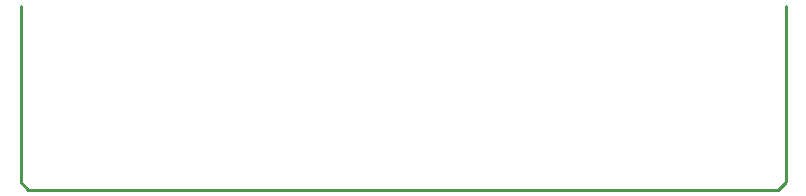
<source format=gbr>
G04 DipTrace 2.4.0.2*
%INBottomAssy.gbr*%
%MOIN*%
%ADD10C,0.0098*%
%FSLAX44Y44*%
G04*
G70*
G90*
G75*
G01*
%LNBotAssy*%
%LPD*%
X34562Y4187D2*
D10*
X34312Y3937D1*
X9312D1*
X9315D2*
X9062Y4187D1*
X34560Y10062D2*
X34562Y4187D1*
X9065Y10062D2*
X9062Y4187D1*
M02*

</source>
